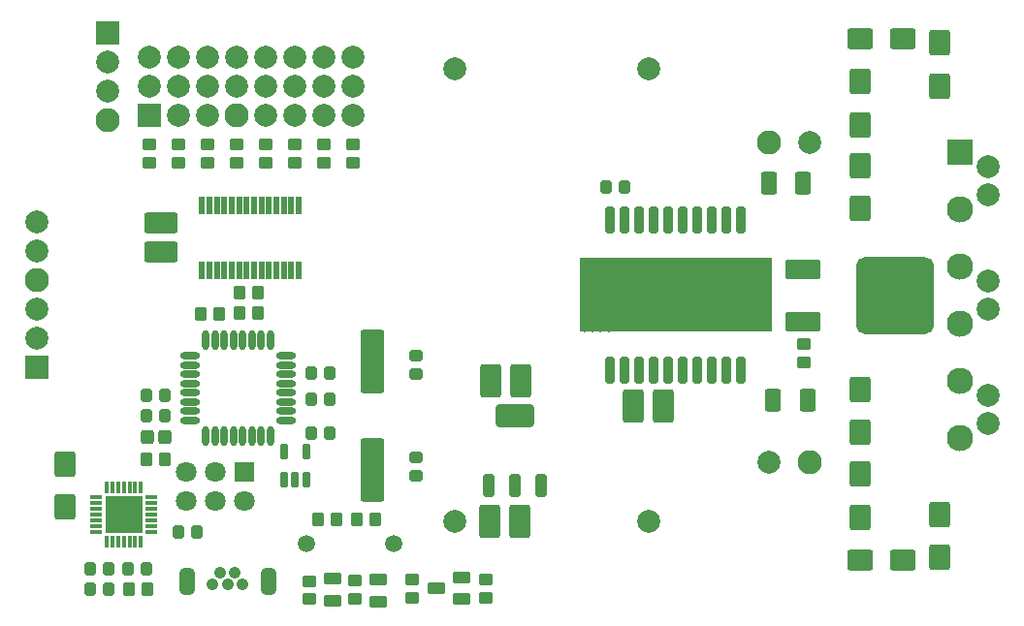
<source format=gbs>
G04 Layer_Color=16711935*
%FSLAX43Y43*%
%MOMM*%
G71*
G01*
G75*
%ADD24C,1.500*%
%ADD26C,0.800*%
%ADD67C,2.000*%
%ADD68C,0.100*%
%ADD69R,2.000X2.000*%
%ADD70C,2.103*%
%ADD71C,2.300*%
%ADD72R,2.300X2.300*%
%ADD73R,2.000X2.000*%
%ADD74C,1.800*%
%ADD75R,1.800X1.800*%
%ADD76C,1.050*%
G04:AMPARAMS|DCode=77|XSize=2.3mm|YSize=1.3mm|CornerRadius=0.35mm|HoleSize=0mm|Usage=FLASHONLY|Rotation=90.000|XOffset=0mm|YOffset=0mm|HoleType=Round|Shape=RoundedRectangle|*
%AMROUNDEDRECTD77*
21,1,2.300,0.600,0,0,90.0*
21,1,1.600,1.300,0,0,90.0*
1,1,0.700,0.300,0.800*
1,1,0.700,0.300,-0.800*
1,1,0.700,-0.300,-0.800*
1,1,0.700,-0.300,0.800*
%
%ADD77ROUNDEDRECTD77*%
G04:AMPARAMS|DCode=78|XSize=1.01mm|YSize=1.56mm|CornerRadius=0.164mm|HoleSize=0mm|Usage=FLASHONLY|Rotation=90.000|XOffset=0mm|YOffset=0mm|HoleType=Round|Shape=RoundedRectangle|*
%AMROUNDEDRECTD78*
21,1,1.010,1.232,0,0,90.0*
21,1,0.682,1.560,0,0,90.0*
1,1,0.328,0.616,0.341*
1,1,0.328,0.616,-0.341*
1,1,0.328,-0.616,-0.341*
1,1,0.328,-0.616,0.341*
%
%ADD78ROUNDEDRECTD78*%
G04:AMPARAMS|DCode=79|XSize=1.02mm|YSize=1.18mm|CornerRadius=0.165mm|HoleSize=0mm|Usage=FLASHONLY|Rotation=270.000|XOffset=0mm|YOffset=0mm|HoleType=Round|Shape=RoundedRectangle|*
%AMROUNDEDRECTD79*
21,1,1.020,0.850,0,0,270.0*
21,1,0.690,1.180,0,0,270.0*
1,1,0.330,-0.425,-0.345*
1,1,0.330,-0.425,0.345*
1,1,0.330,0.425,0.345*
1,1,0.330,0.425,-0.345*
%
%ADD79ROUNDEDRECTD79*%
G04:AMPARAMS|DCode=80|XSize=1.84mm|YSize=2.27mm|CornerRadius=0.268mm|HoleSize=0mm|Usage=FLASHONLY|Rotation=180.000|XOffset=0mm|YOffset=0mm|HoleType=Round|Shape=RoundedRectangle|*
%AMROUNDEDRECTD80*
21,1,1.840,1.735,0,0,180.0*
21,1,1.305,2.270,0,0,180.0*
1,1,0.535,-0.652,0.868*
1,1,0.535,0.652,0.868*
1,1,0.535,0.652,-0.868*
1,1,0.535,-0.652,-0.868*
%
%ADD80ROUNDEDRECTD80*%
G04:AMPARAMS|DCode=81|XSize=1.04mm|YSize=1.13mm|CornerRadius=0.168mm|HoleSize=0mm|Usage=FLASHONLY|Rotation=180.000|XOffset=0mm|YOffset=0mm|HoleType=Round|Shape=RoundedRectangle|*
%AMROUNDEDRECTD81*
21,1,1.040,0.795,0,0,180.0*
21,1,0.705,1.130,0,0,180.0*
1,1,0.335,-0.352,0.398*
1,1,0.335,0.352,0.398*
1,1,0.335,0.352,-0.398*
1,1,0.335,-0.352,-0.398*
%
%ADD81ROUNDEDRECTD81*%
G04:AMPARAMS|DCode=82|XSize=0.36mm|YSize=1.09mm|CornerRadius=0.083mm|HoleSize=0mm|Usage=FLASHONLY|Rotation=0.000|XOffset=0mm|YOffset=0mm|HoleType=Round|Shape=RoundedRectangle|*
%AMROUNDEDRECTD82*
21,1,0.360,0.925,0,0,0.0*
21,1,0.195,1.090,0,0,0.0*
1,1,0.165,0.098,-0.463*
1,1,0.165,-0.098,-0.463*
1,1,0.165,-0.098,0.463*
1,1,0.165,0.098,0.463*
%
%ADD82ROUNDEDRECTD82*%
G04:AMPARAMS|DCode=83|XSize=0.36mm|YSize=1.09mm|CornerRadius=0.083mm|HoleSize=0mm|Usage=FLASHONLY|Rotation=90.000|XOffset=0mm|YOffset=0mm|HoleType=Round|Shape=RoundedRectangle|*
%AMROUNDEDRECTD83*
21,1,0.360,0.925,0,0,90.0*
21,1,0.195,1.090,0,0,90.0*
1,1,0.165,0.463,0.098*
1,1,0.165,0.463,-0.098*
1,1,0.165,-0.463,-0.098*
1,1,0.165,-0.463,0.098*
%
%ADD83ROUNDEDRECTD83*%
%ADD84R,3.230X3.230*%
%ADD85O,0.650X1.750*%
%ADD86O,1.750X0.650*%
G04:AMPARAMS|DCode=87|XSize=1.02mm|YSize=1.18mm|CornerRadius=0.165mm|HoleSize=0mm|Usage=FLASHONLY|Rotation=180.000|XOffset=0mm|YOffset=0mm|HoleType=Round|Shape=RoundedRectangle|*
%AMROUNDEDRECTD87*
21,1,1.020,0.850,0,0,180.0*
21,1,0.690,1.180,0,0,180.0*
1,1,0.330,-0.345,0.425*
1,1,0.330,0.345,0.425*
1,1,0.330,0.345,-0.425*
1,1,0.330,-0.345,-0.425*
%
%ADD87ROUNDEDRECTD87*%
G04:AMPARAMS|DCode=88|XSize=1.04mm|YSize=1.13mm|CornerRadius=0.168mm|HoleSize=0mm|Usage=FLASHONLY|Rotation=90.000|XOffset=0mm|YOffset=0mm|HoleType=Round|Shape=RoundedRectangle|*
%AMROUNDEDRECTD88*
21,1,1.040,0.795,0,0,90.0*
21,1,0.705,1.130,0,0,90.0*
1,1,0.335,0.398,0.352*
1,1,0.335,0.398,-0.352*
1,1,0.335,-0.398,-0.352*
1,1,0.335,-0.398,0.352*
%
%ADD88ROUNDEDRECTD88*%
G04:AMPARAMS|DCode=89|XSize=0.71mm|YSize=1.36mm|CornerRadius=0.126mm|HoleSize=0mm|Usage=FLASHONLY|Rotation=0.000|XOffset=0mm|YOffset=0mm|HoleType=Round|Shape=RoundedRectangle|*
%AMROUNDEDRECTD89*
21,1,0.710,1.107,0,0,0.0*
21,1,0.458,1.360,0,0,0.0*
1,1,0.253,0.229,-0.554*
1,1,0.253,-0.229,-0.554*
1,1,0.253,-0.229,0.554*
1,1,0.253,0.229,0.554*
%
%ADD89ROUNDEDRECTD89*%
G04:AMPARAMS|DCode=90|XSize=1.07mm|YSize=1.95mm|CornerRadius=0.171mm|HoleSize=0mm|Usage=FLASHONLY|Rotation=180.000|XOffset=0mm|YOffset=0mm|HoleType=Round|Shape=RoundedRectangle|*
%AMROUNDEDRECTD90*
21,1,1.070,1.607,0,0,180.0*
21,1,0.728,1.950,0,0,180.0*
1,1,0.343,-0.364,0.804*
1,1,0.343,0.364,0.804*
1,1,0.343,0.364,-0.804*
1,1,0.343,-0.364,-0.804*
%
%ADD90ROUNDEDRECTD90*%
G04:AMPARAMS|DCode=91|XSize=3.37mm|YSize=1.95mm|CornerRadius=0.281mm|HoleSize=0mm|Usage=FLASHONLY|Rotation=180.000|XOffset=0mm|YOffset=0mm|HoleType=Round|Shape=RoundedRectangle|*
%AMROUNDEDRECTD91*
21,1,3.370,1.387,0,0,180.0*
21,1,2.808,1.950,0,0,180.0*
1,1,0.563,-1.404,0.694*
1,1,0.563,1.404,0.694*
1,1,0.563,1.404,-0.694*
1,1,0.563,-1.404,-0.694*
%
%ADD91ROUNDEDRECTD91*%
G04:AMPARAMS|DCode=92|XSize=1.86mm|YSize=2.92mm|CornerRadius=0.27mm|HoleSize=0mm|Usage=FLASHONLY|Rotation=180.000|XOffset=0mm|YOffset=0mm|HoleType=Round|Shape=RoundedRectangle|*
%AMROUNDEDRECTD92*
21,1,1.860,2.380,0,0,180.0*
21,1,1.320,2.920,0,0,180.0*
1,1,0.540,-0.660,1.190*
1,1,0.540,0.660,1.190*
1,1,0.540,0.660,-1.190*
1,1,0.540,-0.660,-1.190*
%
%ADD92ROUNDEDRECTD92*%
G04:AMPARAMS|DCode=93|XSize=1.15mm|YSize=1.17mm|CornerRadius=0.181mm|HoleSize=0mm|Usage=FLASHONLY|Rotation=180.000|XOffset=0mm|YOffset=0mm|HoleType=Round|Shape=RoundedRectangle|*
%AMROUNDEDRECTD93*
21,1,1.150,0.807,0,0,180.0*
21,1,0.787,1.170,0,0,180.0*
1,1,0.362,-0.394,0.404*
1,1,0.362,0.394,0.404*
1,1,0.362,0.394,-0.404*
1,1,0.362,-0.394,-0.404*
%
%ADD93ROUNDEDRECTD93*%
G04:AMPARAMS|DCode=94|XSize=1.38mm|YSize=1.97mm|CornerRadius=0.21mm|HoleSize=0mm|Usage=FLASHONLY|Rotation=180.000|XOffset=0mm|YOffset=0mm|HoleType=Round|Shape=RoundedRectangle|*
%AMROUNDEDRECTD94*
21,1,1.380,1.550,0,0,180.0*
21,1,0.960,1.970,0,0,180.0*
1,1,0.420,-0.480,0.775*
1,1,0.420,0.480,0.775*
1,1,0.420,0.480,-0.775*
1,1,0.420,-0.480,-0.775*
%
%ADD94ROUNDEDRECTD94*%
G04:AMPARAMS|DCode=95|XSize=1.84mm|YSize=2.27mm|CornerRadius=0.268mm|HoleSize=0mm|Usage=FLASHONLY|Rotation=270.000|XOffset=0mm|YOffset=0mm|HoleType=Round|Shape=RoundedRectangle|*
%AMROUNDEDRECTD95*
21,1,1.840,1.735,0,0,270.0*
21,1,1.305,2.270,0,0,270.0*
1,1,0.535,-0.868,-0.652*
1,1,0.535,-0.868,0.652*
1,1,0.535,0.868,0.652*
1,1,0.535,0.868,-0.652*
%
%ADD95ROUNDEDRECTD95*%
G04:AMPARAMS|DCode=96|XSize=1.86mm|YSize=2.92mm|CornerRadius=0.27mm|HoleSize=0mm|Usage=FLASHONLY|Rotation=270.000|XOffset=0mm|YOffset=0mm|HoleType=Round|Shape=RoundedRectangle|*
%AMROUNDEDRECTD96*
21,1,1.860,2.380,0,0,270.0*
21,1,1.320,2.920,0,0,270.0*
1,1,0.540,-1.190,-0.660*
1,1,0.540,-1.190,0.660*
1,1,0.540,1.190,0.660*
1,1,0.540,1.190,-0.660*
%
%ADD96ROUNDEDRECTD96*%
G04:AMPARAMS|DCode=97|XSize=1.57mm|YSize=0.51mm|CornerRadius=0.101mm|HoleSize=0mm|Usage=FLASHONLY|Rotation=270.000|XOffset=0mm|YOffset=0mm|HoleType=Round|Shape=RoundedRectangle|*
%AMROUNDEDRECTD97*
21,1,1.570,0.307,0,0,270.0*
21,1,1.367,0.510,0,0,270.0*
1,1,0.203,-0.154,-0.684*
1,1,0.203,-0.154,0.684*
1,1,0.203,0.154,0.684*
1,1,0.203,0.154,-0.684*
%
%ADD97ROUNDEDRECTD97*%
%ADD98R,16.750X6.450*%
G04:AMPARAMS|DCode=99|XSize=0.81mm|YSize=2.29mm|CornerRadius=0.139mm|HoleSize=0mm|Usage=FLASHONLY|Rotation=0.000|XOffset=0mm|YOffset=0mm|HoleType=Round|Shape=RoundedRectangle|*
%AMROUNDEDRECTD99*
21,1,0.810,2.013,0,0,0.0*
21,1,0.532,2.290,0,0,0.0*
1,1,0.278,0.266,-1.006*
1,1,0.278,-0.266,-1.006*
1,1,0.278,-0.266,1.006*
1,1,0.278,0.266,1.006*
%
%ADD99ROUNDEDRECTD99*%
G04:AMPARAMS|DCode=100|XSize=5.6mm|YSize=2.1mm|CornerRadius=0.3mm|HoleSize=0mm|Usage=FLASHONLY|Rotation=90.000|XOffset=0mm|YOffset=0mm|HoleType=Round|Shape=RoundedRectangle|*
%AMROUNDEDRECTD100*
21,1,5.600,1.500,0,0,90.0*
21,1,5.000,2.100,0,0,90.0*
1,1,0.600,0.750,2.500*
1,1,0.600,0.750,-2.500*
1,1,0.600,-0.750,-2.500*
1,1,0.600,-0.750,2.500*
%
%ADD100ROUNDEDRECTD100*%
G04:AMPARAMS|DCode=101|XSize=6.8mm|YSize=6.8mm|CornerRadius=0.887mm|HoleSize=0mm|Usage=FLASHONLY|Rotation=90.000|XOffset=0mm|YOffset=0mm|HoleType=Round|Shape=RoundedRectangle|*
%AMROUNDEDRECTD101*
21,1,6.800,5.025,0,0,90.0*
21,1,5.025,6.800,0,0,90.0*
1,1,1.775,2.513,2.513*
1,1,1.775,2.513,-2.513*
1,1,1.775,-2.513,-2.513*
1,1,1.775,-2.513,2.513*
%
%ADD101ROUNDEDRECTD101*%
G04:AMPARAMS|DCode=102|XSize=1.7mm|YSize=3.1mm|CornerRadius=0.25mm|HoleSize=0mm|Usage=FLASHONLY|Rotation=90.000|XOffset=0mm|YOffset=0mm|HoleType=Round|Shape=RoundedRectangle|*
%AMROUNDEDRECTD102*
21,1,1.700,2.600,0,0,90.0*
21,1,1.200,3.100,0,0,90.0*
1,1,0.500,1.300,0.600*
1,1,0.500,1.300,-0.600*
1,1,0.500,-1.300,-0.600*
1,1,0.500,-1.300,0.600*
%
%ADD102ROUNDEDRECTD102*%
G04:AMPARAMS|DCode=103|XSize=1.1mm|YSize=1.5mm|CornerRadius=0.175mm|HoleSize=0mm|Usage=FLASHONLY|Rotation=90.000|XOffset=0mm|YOffset=0mm|HoleType=Round|Shape=RoundedRectangle|*
%AMROUNDEDRECTD103*
21,1,1.100,1.150,0,0,90.0*
21,1,0.750,1.500,0,0,90.0*
1,1,0.350,0.575,0.375*
1,1,0.350,0.575,-0.375*
1,1,0.350,-0.575,-0.375*
1,1,0.350,-0.575,0.375*
%
%ADD103ROUNDEDRECTD103*%
D24*
X26500Y6300D02*
D03*
X34100D02*
D03*
D26*
X52867Y28664D02*
D03*
Y27964D02*
D03*
Y27264D02*
D03*
Y26564D02*
D03*
Y25864D02*
D03*
Y25164D02*
D03*
Y29364D02*
D03*
Y30064D02*
D03*
Y30764D02*
D03*
X51467Y30764D02*
D03*
X50767Y30764D02*
D03*
X52167Y30764D02*
D03*
X51467Y30064D02*
D03*
X50767Y30064D02*
D03*
X52167Y30064D02*
D03*
X51467Y29364D02*
D03*
X50767Y29364D02*
D03*
X52167Y29364D02*
D03*
X51467Y25164D02*
D03*
X50767Y25164D02*
D03*
X51467Y25864D02*
D03*
X50767Y25864D02*
D03*
X52167Y25864D02*
D03*
Y25164D02*
D03*
Y26564D02*
D03*
X50767Y26564D02*
D03*
X51467Y26564D02*
D03*
X52167Y27264D02*
D03*
X50767Y27264D02*
D03*
X51467Y27264D02*
D03*
X52167Y27964D02*
D03*
X50767Y27964D02*
D03*
X51467Y27964D02*
D03*
X52167Y28664D02*
D03*
X50767Y28664D02*
D03*
X51467Y28664D02*
D03*
D67*
X85976Y39286D02*
D03*
Y36786D02*
D03*
Y16786D02*
D03*
Y19286D02*
D03*
Y29286D02*
D03*
Y26786D02*
D03*
X22910Y43750D02*
D03*
X25450D02*
D03*
X30530D02*
D03*
X27990D02*
D03*
Y46290D02*
D03*
X30530D02*
D03*
X25450D02*
D03*
X22910D02*
D03*
Y48830D02*
D03*
X25450D02*
D03*
X30530D02*
D03*
X27990D02*
D03*
X20370D02*
D03*
X17830D02*
D03*
X15290D02*
D03*
X12750D02*
D03*
Y46290D02*
D03*
X15290D02*
D03*
X17830D02*
D03*
X20370D02*
D03*
X17830Y43750D02*
D03*
X15290D02*
D03*
X9150Y48430D02*
D03*
X9150Y45890D02*
D03*
X2900Y31851D02*
D03*
Y24231D02*
D03*
Y26771D02*
D03*
Y34391D02*
D03*
X39400Y8286D02*
D03*
X56400D02*
D03*
X39400Y47786D02*
D03*
X56400D02*
D03*
X66900Y13400D02*
D03*
X70400Y41400D02*
D03*
D68*
X86500Y3500D02*
D03*
X86500Y52500D02*
D03*
X3500D02*
D03*
Y3500D02*
D03*
D69*
X12750Y43750D02*
D03*
D70*
X20370D02*
D03*
X9150Y43350D02*
D03*
X2900Y29311D02*
D03*
X70400Y13400D02*
D03*
X66900Y41400D02*
D03*
D71*
X83576Y15536D02*
D03*
Y25536D02*
D03*
X83576Y35536D02*
D03*
X83576Y30536D02*
D03*
X83576Y20536D02*
D03*
D72*
X83576Y40536D02*
D03*
D73*
X9150Y50970D02*
D03*
X2900Y21691D02*
D03*
D74*
X21040Y10035D02*
D03*
X18500Y10035D02*
D03*
X15960Y10035D02*
D03*
X15960Y12575D02*
D03*
X18500D02*
D03*
D75*
X21040D02*
D03*
D76*
X19599Y2800D02*
D03*
X18299D02*
D03*
X20899D02*
D03*
X18949Y3800D02*
D03*
X20249D02*
D03*
D77*
X23174Y3020D02*
D03*
X16024D02*
D03*
D78*
X28800Y1325D02*
D03*
Y3275D02*
D03*
X32778Y1275D02*
D03*
Y3225D02*
D03*
D79*
X26700Y3050D02*
D03*
X26700Y1450D02*
D03*
X30701Y3100D02*
D03*
X30701Y1500D02*
D03*
X30530Y39625D02*
D03*
Y41225D02*
D03*
X27990Y39625D02*
D03*
Y41225D02*
D03*
X25450Y39625D02*
D03*
Y41225D02*
D03*
X22910Y39625D02*
D03*
Y41225D02*
D03*
X20370Y39625D02*
D03*
Y41225D02*
D03*
X17830Y39625D02*
D03*
Y41225D02*
D03*
X42100Y3200D02*
D03*
X42100Y1600D02*
D03*
X35700Y3200D02*
D03*
X35700Y1600D02*
D03*
X15290Y39625D02*
D03*
Y41225D02*
D03*
X12750Y39625D02*
D03*
Y41225D02*
D03*
X69950Y23739D02*
D03*
X69950Y22139D02*
D03*
D80*
X5400Y13280D02*
D03*
Y9520D02*
D03*
X74800Y35570D02*
D03*
Y39330D02*
D03*
X81750Y46320D02*
D03*
Y50080D02*
D03*
X74800Y42920D02*
D03*
Y46680D02*
D03*
X81750Y8880D02*
D03*
Y5120D02*
D03*
X74800Y19780D02*
D03*
Y16020D02*
D03*
Y12380D02*
D03*
Y8620D02*
D03*
D81*
X15275Y7350D02*
D03*
X16875Y7350D02*
D03*
X7625Y4100D02*
D03*
X9225Y4100D02*
D03*
X14132Y17503D02*
D03*
X12532D02*
D03*
X14132Y19275D02*
D03*
X12532Y19275D02*
D03*
X7625Y2325D02*
D03*
X9225Y2325D02*
D03*
X26900Y16000D02*
D03*
X28500Y16000D02*
D03*
X10925Y4100D02*
D03*
X12525Y4100D02*
D03*
X54250Y37500D02*
D03*
X52650D02*
D03*
X26900Y18900D02*
D03*
X28500Y18900D02*
D03*
X26900Y21200D02*
D03*
X28500Y21200D02*
D03*
D82*
X12025Y6450D02*
D03*
X11525D02*
D03*
X11025D02*
D03*
X10525D02*
D03*
X10025D02*
D03*
X9525D02*
D03*
X9025D02*
D03*
Y11250D02*
D03*
X9525D02*
D03*
X10025D02*
D03*
X10525D02*
D03*
X11025D02*
D03*
X11525D02*
D03*
X12025D02*
D03*
D83*
X8125Y7350D02*
D03*
Y7850D02*
D03*
Y8350D02*
D03*
Y8850D02*
D03*
Y9350D02*
D03*
Y9850D02*
D03*
Y10350D02*
D03*
X12925Y10350D02*
D03*
Y9850D02*
D03*
Y9350D02*
D03*
Y8850D02*
D03*
Y8350D02*
D03*
Y7850D02*
D03*
Y7350D02*
D03*
D84*
X10525Y8850D02*
D03*
D85*
X23300Y24100D02*
D03*
X22500Y24100D02*
D03*
X21700Y24100D02*
D03*
X20900Y24100D02*
D03*
X20100D02*
D03*
X19300Y24100D02*
D03*
X18500Y24100D02*
D03*
X17700Y24100D02*
D03*
X17700Y15700D02*
D03*
X18500Y15700D02*
D03*
X19300Y15700D02*
D03*
X20100Y15700D02*
D03*
X20900Y15700D02*
D03*
X21700Y15700D02*
D03*
X22500Y15700D02*
D03*
X23300Y15700D02*
D03*
D86*
X16300Y22700D02*
D03*
X16300Y21900D02*
D03*
X16300Y21100D02*
D03*
X16300Y20300D02*
D03*
X16300Y19500D02*
D03*
X16300Y18700D02*
D03*
X16300Y17900D02*
D03*
Y17100D02*
D03*
X24700Y17100D02*
D03*
X24700Y17900D02*
D03*
X24700Y18700D02*
D03*
Y19500D02*
D03*
X24700Y20300D02*
D03*
X24700Y21100D02*
D03*
Y21900D02*
D03*
X24700Y22700D02*
D03*
D87*
X12507Y13650D02*
D03*
X14107Y13650D02*
D03*
X20600Y28250D02*
D03*
X22200D02*
D03*
X17250Y26400D02*
D03*
X18850D02*
D03*
X22200Y26425D02*
D03*
X20600Y26425D02*
D03*
X10950Y2300D02*
D03*
X12550Y2300D02*
D03*
X29100Y8400D02*
D03*
X27500Y8400D02*
D03*
X32500Y8400D02*
D03*
X30900Y8400D02*
D03*
D88*
X36000Y13850D02*
D03*
Y12250D02*
D03*
X36000Y21150D02*
D03*
X36000Y22750D02*
D03*
D89*
X26450Y14375D02*
D03*
X24550Y14375D02*
D03*
X24550Y11925D02*
D03*
X25500Y11925D02*
D03*
X26450D02*
D03*
D90*
X47006Y11376D02*
D03*
X44695Y11376D02*
D03*
X42384Y11376D02*
D03*
D91*
X44695Y17474D02*
D03*
D92*
X45145Y20500D02*
D03*
X42555D02*
D03*
X42505Y8300D02*
D03*
X45095D02*
D03*
X55005Y18300D02*
D03*
X57595D02*
D03*
D93*
X14087Y15603D02*
D03*
X12567Y15603D02*
D03*
D94*
X69828Y37776D02*
D03*
X66828D02*
D03*
X70228Y18876D02*
D03*
X67228D02*
D03*
D95*
X78580Y50400D02*
D03*
X74820D02*
D03*
X78580Y4900D02*
D03*
X74820D02*
D03*
D96*
X13750Y34360D02*
D03*
Y31770D02*
D03*
D97*
X25150Y30230D02*
D03*
X25800D02*
D03*
Y35850D02*
D03*
X23850Y30230D02*
D03*
X23200D02*
D03*
X22550D02*
D03*
X21900D02*
D03*
X24500D02*
D03*
X25150Y35850D02*
D03*
X24500D02*
D03*
X21900D02*
D03*
X22550D02*
D03*
X23200D02*
D03*
X23850D02*
D03*
X19950Y30230D02*
D03*
X19300D02*
D03*
X19950Y35850D02*
D03*
X19300D02*
D03*
X18650Y30230D02*
D03*
X18000D02*
D03*
X17350D02*
D03*
X20600D02*
D03*
X18650Y35850D02*
D03*
X18000D02*
D03*
X17350D02*
D03*
X20600D02*
D03*
X21250D02*
D03*
X21250Y30230D02*
D03*
D98*
X58700Y28036D02*
D03*
D99*
X64415Y21486D02*
D03*
X63145D02*
D03*
X61875D02*
D03*
X60605D02*
D03*
X59335D02*
D03*
X58065D02*
D03*
X56795D02*
D03*
X55525D02*
D03*
X54255D02*
D03*
X52985D02*
D03*
X64415Y34586D02*
D03*
X63145D02*
D03*
X61875D02*
D03*
X60605D02*
D03*
X59335D02*
D03*
X58065D02*
D03*
X56795D02*
D03*
X55525D02*
D03*
X54255D02*
D03*
X52985D02*
D03*
D100*
X32200Y12750D02*
D03*
Y22250D02*
D03*
D101*
X77852Y28000D02*
D03*
D102*
X69850Y30300D02*
D03*
Y25700D02*
D03*
D103*
X40000Y3350D02*
D03*
Y1450D02*
D03*
X37800Y2400D02*
D03*
M02*

</source>
